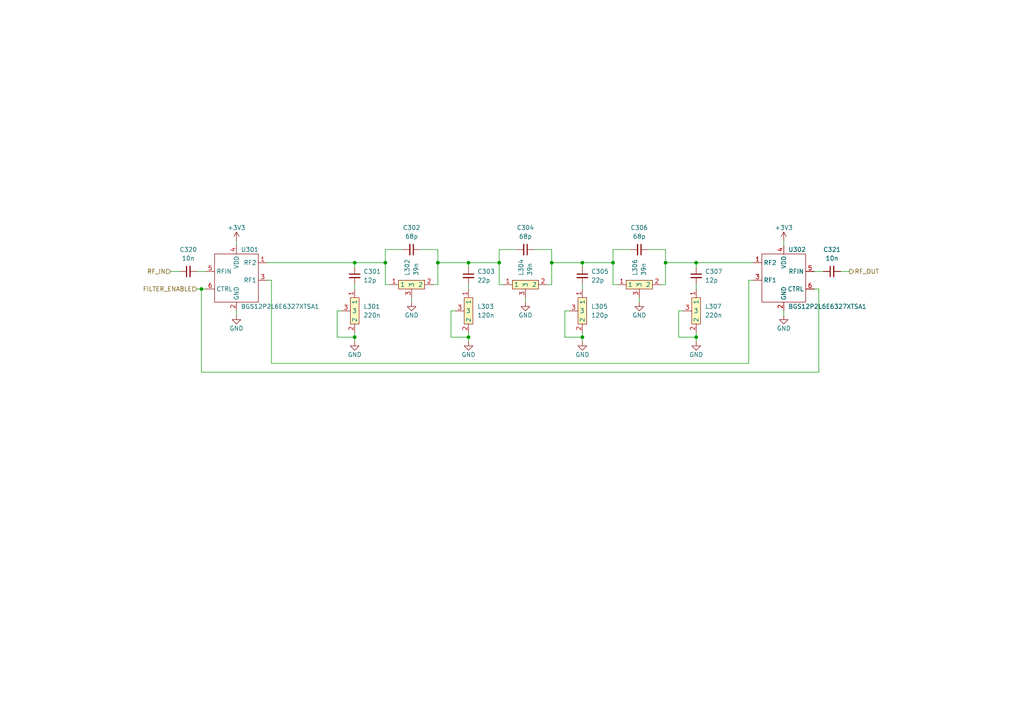
<source format=kicad_sch>
(kicad_sch (version 20211123) (generator eeschema)
  (paper "A4")
  (lib_symbols
    (symbol "Device:C_Small" (pin_numbers hide) (pin_names (offset 0.254) hide)
      (property "Reference" "C" (at 0.254 1.778 0))
      (property "Value" "C_Small" (at 0.254 -2.032 0))
      (symbol "C_Small_0_1"
        (polyline (pts (xy -1.524 -0.508) (xy 1.524 -0.508)) (stroke (width 0.3302)))
        (polyline (pts (xy -1.524 0.508) (xy 1.524 0.508)) (stroke (width 0.3048)))
      )
      (symbol "C_Small_1_1"
        (pin passive line (at 0 2.54 270) (length 2.032) (name "~") (number "1"))
        (pin passive line (at 0 -2.54 90) (length 2.032) (name "~") (number "2"))
      )
    )
    (symbol "frontEnd:BGS12P2L6E6327XTSA1"
      (property "Reference" "U" (at 7.62 6.35 0))
      (property "Value" "BGS12P2L6E6327XTSA1" (at 19.05 -11.43 0))
      (symbol "BGS12P2L6E6327XTSA1_0_1"
        (rectangle (start 0 5.08) (end 12.7 -8.89))
      )
      (symbol "BGS12P2L6E6327XTSA1_1_1"
        (pin input line (at 15.24 2.54 180) (length 2.54) (name "RF2") (number "1"))
        (pin input line (at 6.35 -11.43 90) (length 2.54) (name "GND") (number "2"))
        (pin input line (at 15.24 -2.54 180) (length 2.54) (name "RF1") (number "3"))
        (pin input line (at 6.35 7.62 270) (length 2.54) (name "VDD") (number "4"))
        (pin input line (at -2.54 0 0) (length 2.54) (name "RFIN") (number "5"))
        (pin input line (at -2.54 -5.08 0) (length 2.54) (name "CTRL") (number "6"))
      )
    )
    (symbol "frontEnd:DIY_COIL"
      (property "Reference" "L" (at -2.54 2.54 0))
      (property "Value" "DIY_COIL" (at 5.08 -2.54 0))
      (symbol "DIY_COIL_0_1"
        (rectangle (start -3.81 1.27) (end 3.81 -1.27) (fill (type background)))
      )
      (symbol "DIY_COIL_1_1"
        (pin input line (at -6.35 0 0) (length 2.54) (name "1") (number "1"))
        (pin input line (at 6.35 0 180) (length 2.54) (name "2") (number "2"))
        (pin input line (at 0 -3.81 90) (length 2.54) (name "3") (number "3"))
      )
    )
    (symbol "power:+3V3" (power) (pin_names (offset 0))
      (property "Value" "+3V3" (at 0 3.556 0))
      (symbol "+3V3_0_1"
        (polyline (pts (xy -0.762 1.27) (xy 0 2.54)))
        (polyline (pts (xy 0 0) (xy 0 2.54)))
        (polyline (pts (xy 0 2.54) (xy 0.762 1.27)))
      )
      (symbol "+3V3_1_1"
        (pin power_in line (at 0 0 90) (length 0) hide (name "+3V3") (number "1"))
      )
    )
    (symbol "power:GND" (power) (pin_names (offset 0))
      (property "Value" "GND" (at 0 -3.81 0))
      (symbol "GND_0_1"
        (polyline (pts (xy 0 0) (xy 0 -1.27) (xy 1.27 -1.27) (xy 0 -2.54) (xy -1.27 -1.27) (xy 0 -1.27)))
      )
      (symbol "GND_1_1"
        (pin power_in line (at 0 0 270) (length 0) hide (name "GND") (number "1"))
      )
    )
  )
  (junction (at 127 76.2))
  (junction (at 111.76 76.2))
  (junction (at 102.87 97.79))
  (junction (at 160.02 76.2))
  (junction (at 135.89 76.2))
  (junction (at 168.91 76.2))
  (junction (at 168.91 97.79))
  (junction (at 144.78 76.2))
  (junction (at 193.04 76.2))
  (junction (at 102.87 76.2))
  (junction (at 201.93 97.79))
  (junction (at 58.42 83.82))
  (junction (at 177.8 76.2))
  (junction (at 135.89 97.79))
  (junction (at 201.93 76.2))
  (wire (pts (xy 152.4 86.36) (xy 152.4 87.63)))
  (wire (pts (xy 191.77 82.55) (xy 193.04 82.55)))
  (wire (pts (xy 198.12 90.17) (xy 196.85 90.17)))
  (wire (pts (xy 168.91 97.79) (xy 168.91 99.06)))
  (wire (pts (xy 111.76 76.2) (xy 102.87 76.2)))
  (wire (pts (xy 132.08 90.17) (xy 130.81 90.17)))
  (wire (pts (xy 193.04 72.39) (xy 193.04 76.2)))
  (wire (pts (xy 168.91 82.55) (xy 168.91 83.82)))
  (wire (pts (xy 196.85 90.17) (xy 196.85 97.79)))
  (wire (pts (xy 77.47 81.28) (xy 78.74 81.28)))
  (wire (pts (xy 99.06 90.17) (xy 97.79 90.17)))
  (wire (pts (xy 78.74 105.41) (xy 217.17 105.41)))
  (wire (pts (xy 149.86 72.39) (xy 144.78 72.39)))
  (wire (pts (xy 135.89 97.79) (xy 135.89 99.06)))
  (wire (pts (xy 111.76 72.39) (xy 111.76 76.2)))
  (wire (pts (xy 144.78 82.55) (xy 146.05 82.55)))
  (wire (pts (xy 135.89 82.55) (xy 135.89 83.82)))
  (wire (pts (xy 125.73 82.55) (xy 127 82.55)))
  (wire (pts (xy 201.93 76.2) (xy 218.44 76.2)))
  (wire (pts (xy 119.38 86.36) (xy 119.38 87.63)))
  (wire (pts (xy 135.89 76.2) (xy 135.89 77.47)))
  (wire (pts (xy 102.87 97.79) (xy 102.87 99.06)))
  (wire (pts (xy 201.93 82.55) (xy 201.93 83.82)))
  (wire (pts (xy 102.87 76.2) (xy 102.87 77.47)))
  (wire (pts (xy 187.96 72.39) (xy 193.04 72.39)))
  (wire (pts (xy 77.47 76.2) (xy 102.87 76.2)))
  (wire (pts (xy 160.02 76.2) (xy 168.91 76.2)))
  (wire (pts (xy 68.58 90.17) (xy 68.58 91.44)))
  (wire (pts (xy 160.02 72.39) (xy 160.02 76.2)))
  (wire (pts (xy 135.89 76.2) (xy 144.78 76.2)))
  (wire (pts (xy 201.93 96.52) (xy 201.93 97.79)))
  (wire (pts (xy 127 82.55) (xy 127 76.2)))
  (wire (pts (xy 217.17 105.41) (xy 217.17 81.28)))
  (wire (pts (xy 227.33 69.85) (xy 227.33 71.12)))
  (wire (pts (xy 57.15 78.74) (xy 59.69 78.74)))
  (wire (pts (xy 130.81 97.79) (xy 135.89 97.79)))
  (wire (pts (xy 217.17 81.28) (xy 218.44 81.28)))
  (wire (pts (xy 135.89 96.52) (xy 135.89 97.79)))
  (wire (pts (xy 144.78 76.2) (xy 144.78 82.55)))
  (wire (pts (xy 102.87 82.55) (xy 102.87 83.82)))
  (wire (pts (xy 97.79 90.17) (xy 97.79 97.79)))
  (wire (pts (xy 154.94 72.39) (xy 160.02 72.39)))
  (wire (pts (xy 243.84 78.74) (xy 246.38 78.74)))
  (wire (pts (xy 201.93 97.79) (xy 201.93 99.06)))
  (wire (pts (xy 237.49 83.82) (xy 237.49 107.95)))
  (wire (pts (xy 57.15 83.82) (xy 58.42 83.82)))
  (wire (pts (xy 163.83 97.79) (xy 168.91 97.79)))
  (wire (pts (xy 177.8 82.55) (xy 179.07 82.55)))
  (wire (pts (xy 58.42 107.95) (xy 58.42 83.82)))
  (wire (pts (xy 236.22 83.82) (xy 237.49 83.82)))
  (wire (pts (xy 160.02 82.55) (xy 160.02 76.2)))
  (wire (pts (xy 158.75 82.55) (xy 160.02 82.55)))
  (wire (pts (xy 201.93 77.47) (xy 201.93 76.2)))
  (wire (pts (xy 168.91 76.2) (xy 168.91 77.47)))
  (wire (pts (xy 127 72.39) (xy 127 76.2)))
  (wire (pts (xy 168.91 76.2) (xy 177.8 76.2)))
  (wire (pts (xy 111.76 82.55) (xy 111.76 76.2)))
  (wire (pts (xy 127 76.2) (xy 135.89 76.2)))
  (wire (pts (xy 116.84 72.39) (xy 111.76 72.39)))
  (wire (pts (xy 193.04 82.55) (xy 193.04 76.2)))
  (wire (pts (xy 165.1 90.17) (xy 163.83 90.17)))
  (wire (pts (xy 227.33 90.17) (xy 227.33 91.44)))
  (wire (pts (xy 177.8 76.2) (xy 177.8 82.55)))
  (wire (pts (xy 168.91 96.52) (xy 168.91 97.79)))
  (wire (pts (xy 130.81 90.17) (xy 130.81 97.79)))
  (wire (pts (xy 102.87 96.52) (xy 102.87 97.79)))
  (wire (pts (xy 163.83 90.17) (xy 163.83 97.79)))
  (wire (pts (xy 78.74 81.28) (xy 78.74 105.41)))
  (wire (pts (xy 113.03 82.55) (xy 111.76 82.55)))
  (wire (pts (xy 236.22 78.74) (xy 238.76 78.74)))
  (wire (pts (xy 193.04 76.2) (xy 201.93 76.2)))
  (wire (pts (xy 97.79 97.79) (xy 102.87 97.79)))
  (wire (pts (xy 196.85 97.79) (xy 201.93 97.79)))
  (wire (pts (xy 68.58 69.85) (xy 68.58 71.12)))
  (wire (pts (xy 177.8 72.39) (xy 177.8 76.2)))
  (wire (pts (xy 185.42 86.36) (xy 185.42 87.63)))
  (wire (pts (xy 49.53 78.74) (xy 52.07 78.74)))
  (wire (pts (xy 144.78 72.39) (xy 144.78 76.2)))
  (wire (pts (xy 58.42 83.82) (xy 59.69 83.82)))
  (wire (pts (xy 237.49 107.95) (xy 58.42 107.95)))
  (wire (pts (xy 121.92 72.39) (xy 127 72.39)))
  (wire (pts (xy 182.88 72.39) (xy 177.8 72.39)))
  (hierarchical_label "FILTER_ENABLE" (shape input) (at 57.15 83.82 180))
  (hierarchical_label "RF_OUT" (shape output) (at 246.38 78.74 0))
  (hierarchical_label "RF_IN" (shape input) (at 49.53 78.74 180))
  (symbol (lib_id "power:GND") (at 201.93 99.06 0) (unit 1)
    (property "Reference" "#PWR?" (effects hide))
    (property "Value" "GND" (at 201.93 102.87 0))
  )
  (symbol (lib_id "frontEnd:BGS12P2L6E6327XTSA1") (at 233.68 78.74 0) (mirror y) (unit 1)
    (property "Reference" "U302" (at 228.6 72.39 0) (effects (justify right)))
    (property "Value" "BGS12P2L6E6327XTSA1" (at 228.6 88.9 0) (effects (justify right)))
  )
  (symbol (lib_id "power:GND") (at 119.38 87.63 0) (unit 1)
    (property "Reference" "#PWR?" (effects hide))
    (property "Value" "GND" (at 119.38 91.44 0))
  )
  (symbol (lib_id "frontEnd:DIY_COIL") (at 185.42 82.55 0) (unit 1)
    (property "Reference" "L306" (at 184.1499 80.01 90) (effects (justify left)))
    (property "Value" "39n" (at 186.6899 80.01 90) (effects (justify left)))
    (property "Footprint" "frontEnd:COIL" (effects hide))
  )
  (symbol (lib_id "Device:C_Small") (at 168.91 80.01 0) (unit 1)
    (property "Reference" "C305" (at 171.45 78.7462 0) (effects (justify left)))
    (property "Value" "22p" (at 171.45 81.2862 0) (effects (justify left)))
    (property "Footprint" "Capacitor_SMD:C_0805_2012Metric" (effects hide))
  )
  (symbol (lib_id "power:GND") (at 135.89 99.06 0) (unit 1)
    (property "Reference" "#PWR?" (effects hide))
    (property "Value" "GND" (at 135.89 102.87 0))
  )
  (symbol (lib_id "frontEnd:DIY_COIL") (at 152.4 82.55 0) (unit 1)
    (property "Reference" "L304" (at 151.1299 80.01 90) (effects (justify left)))
    (property "Value" "39n" (at 153.6699 80.01 90) (effects (justify left)))
    (property "Footprint" "frontEnd:COIL" (effects hide))
  )
  (symbol (lib_id "Device:C_Small") (at 102.87 80.01 0) (unit 1)
    (property "Reference" "C301" (at 105.41 78.7462 0) (effects (justify left)))
    (property "Value" "12p" (at 105.41 81.2862 0) (effects (justify left)))
    (property "Footprint" "Capacitor_SMD:C_0805_2012Metric" (effects hide))
  )
  (symbol (lib_id "power:+3V3") (at 227.33 69.85 0) (unit 1)
    (property "Reference" "#PWR?" (effects hide))
    (property "Value" "+3V3" (at 227.33 66.04 0))
  )
  (symbol (lib_id "power:GND") (at 152.4 87.63 0) (unit 1)
    (property "Reference" "#PWR?" (effects hide))
    (property "Value" "GND" (at 152.4 91.44 0))
  )
  (symbol (lib_id "power:GND") (at 168.91 99.06 0) (unit 1)
    (property "Reference" "#PWR?" (effects hide))
    (property "Value" "GND" (at 168.91 102.87 0))
  )
  (symbol (lib_id "power:GND") (at 227.33 91.44 0) (unit 1)
    (property "Reference" "#PWR?" (effects hide))
    (property "Value" "GND" (at 227.33 95.25 0))
  )
  (symbol (lib_id "frontEnd:DIY_COIL") (at 201.93 90.17 270) (unit 1)
    (property "Reference" "L307" (at 204.47 88.8999 90) (effects (justify left)))
    (property "Value" "220n" (at 204.47 91.4399 90) (effects (justify left)))
    (property "Footprint" "frontEnd:COIL" (effects hide))
  )
  (symbol (lib_id "Device:C_Small") (at 152.4 72.39 270) (unit 1)
    (property "Reference" "C304" (at 152.3936 66.04 90))
    (property "Value" "68p" (at 152.3936 68.58 90))
    (property "Footprint" "Capacitor_SMD:C_0805_2012Metric" (effects hide))
  )
  (symbol (lib_id "frontEnd:DIY_COIL") (at 135.89 90.17 270) (unit 1)
    (property "Reference" "L303" (at 138.43 88.8999 90) (effects (justify left)))
    (property "Value" "120n" (at 138.43 91.4399 90) (effects (justify left)))
    (property "Footprint" "frontEnd:COIL" (effects hide))
  )
  (symbol (lib_id "power:GND") (at 68.58 91.44 0) (unit 1)
    (property "Reference" "#PWR?" (effects hide))
    (property "Value" "GND" (at 68.58 95.25 0))
  )
  (symbol (lib_id "Device:C_Small") (at 185.42 72.39 270) (unit 1)
    (property "Reference" "C306" (at 185.4136 66.04 90))
    (property "Value" "68p" (at 185.4136 68.58 90))
    (property "Footprint" "Capacitor_SMD:C_0805_2012Metric" (effects hide))
  )
  (symbol (lib_id "frontEnd:DIY_COIL") (at 102.87 90.17 270) (unit 1)
    (property "Reference" "L301" (at 105.41 88.8999 90) (effects (justify left)))
    (property "Value" "220n" (at 105.41 91.4399 90) (effects (justify left)))
    (property "Footprint" "frontEnd:COIL" (effects hide))
  )
  (symbol (lib_id "Device:C_Small") (at 54.61 78.74 90) (unit 1)
    (property "Reference" "C320" (at 54.6163 72.39 90))
    (property "Value" "10n" (at 54.6163 74.93 90))
    (property "Footprint" "Capacitor_SMD:C_0805_2012Metric" (effects hide))
  )
  (symbol (lib_id "Device:C_Small") (at 135.89 80.01 0) (unit 1)
    (property "Reference" "C303" (at 138.43 78.7462 0) (effects (justify left)))
    (property "Value" "22p" (at 138.43 81.2862 0) (effects (justify left)))
    (property "Footprint" "Capacitor_SMD:C_0805_2012Metric" (effects hide))
  )
  (symbol (lib_id "Device:C_Small") (at 201.93 80.01 0) (unit 1)
    (property "Reference" "C307" (at 204.47 78.7462 0) (effects (justify left)))
    (property "Value" "12p" (at 204.47 81.2862 0) (effects (justify left)))
    (property "Footprint" "Capacitor_SMD:C_0805_2012Metric" (effects hide))
  )
  (symbol (lib_id "power:GND") (at 185.42 87.63 0) (unit 1)
    (property "Reference" "#PWR?" (effects hide))
    (property "Value" "GND" (at 185.42 91.44 0))
  )
  (symbol (lib_id "power:GND") (at 102.87 99.06 0) (unit 1)
    (property "Reference" "#PWR?" (effects hide))
    (property "Value" "GND" (at 102.87 102.87 0))
  )
  (symbol (lib_id "frontEnd:DIY_COIL") (at 119.38 82.55 0) (unit 1)
    (property "Reference" "L302" (at 118.1099 80.01 90) (effects (justify left)))
    (property "Value" "39n" (at 120.6499 80.01 90) (effects (justify left)))
    (property "Footprint" "frontEnd:COIL" (effects hide))
  )
  (symbol (lib_id "frontEnd:DIY_COIL") (at 168.91 90.17 270) (unit 1)
    (property "Reference" "L305" (at 171.45 88.8999 90) (effects (justify left)))
    (property "Value" "120p" (at 171.45 91.4399 90) (effects (justify left)))
    (property "Footprint" "frontEnd:COIL" (effects hide))
  )
  (symbol (lib_id "Device:C_Small") (at 241.3 78.74 90) (unit 1)
    (property "Reference" "C321" (at 241.3063 72.39 90))
    (property "Value" "10n" (at 241.3063 74.93 90))
    (property "Footprint" "Capacitor_SMD:C_0805_2012Metric" (effects hide))
  )
  (symbol (lib_id "frontEnd:BGS12P2L6E6327XTSA1") (at 62.23 78.74 0) (unit 1)
    (property "Reference" "U301" (at 69.85 72.39 0) (effects (justify left)))
    (property "Value" "BGS12P2L6E6327XTSA1" (at 69.85 88.9 0) (effects (justify left)))
  )
  (symbol (lib_id "power:+3V3") (at 68.58 69.85 0) (unit 1)
    (property "Reference" "#PWR?" (effects hide))
    (property "Value" "+3V3" (at 68.58 66.04 0))
  )
  (symbol (lib_id "Device:C_Small") (at 119.38 72.39 270) (unit 1)
    (property "Reference" "C302" (at 119.3736 66.04 90))
    (property "Value" "68p" (at 119.3736 68.58 90))
    (property "Footprint" "Capacitor_SMD:C_0805_2012Metric" (effects hide))
  )
)
</source>
